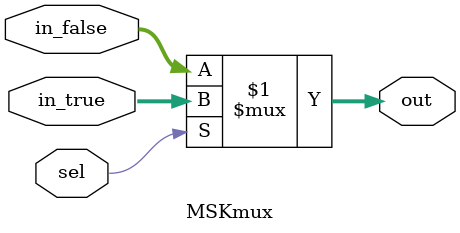
<source format=v>

`ifdef FULLVERIF

`endif
`ifndef DEFAULTSHARES
`define DEFAULTSHARES 2
`endif
module MSKmux #(parameter d=`DEFAULTSHARES, parameter count=1) (sel, in_true, in_false, out);

 input sel;
 input  [count*d-1:0] in_true;
 input  [count*d-1:0] in_false;
 output [count*d-1:0] out;

assign out = sel ? in_true : in_false;

endmodule

</source>
